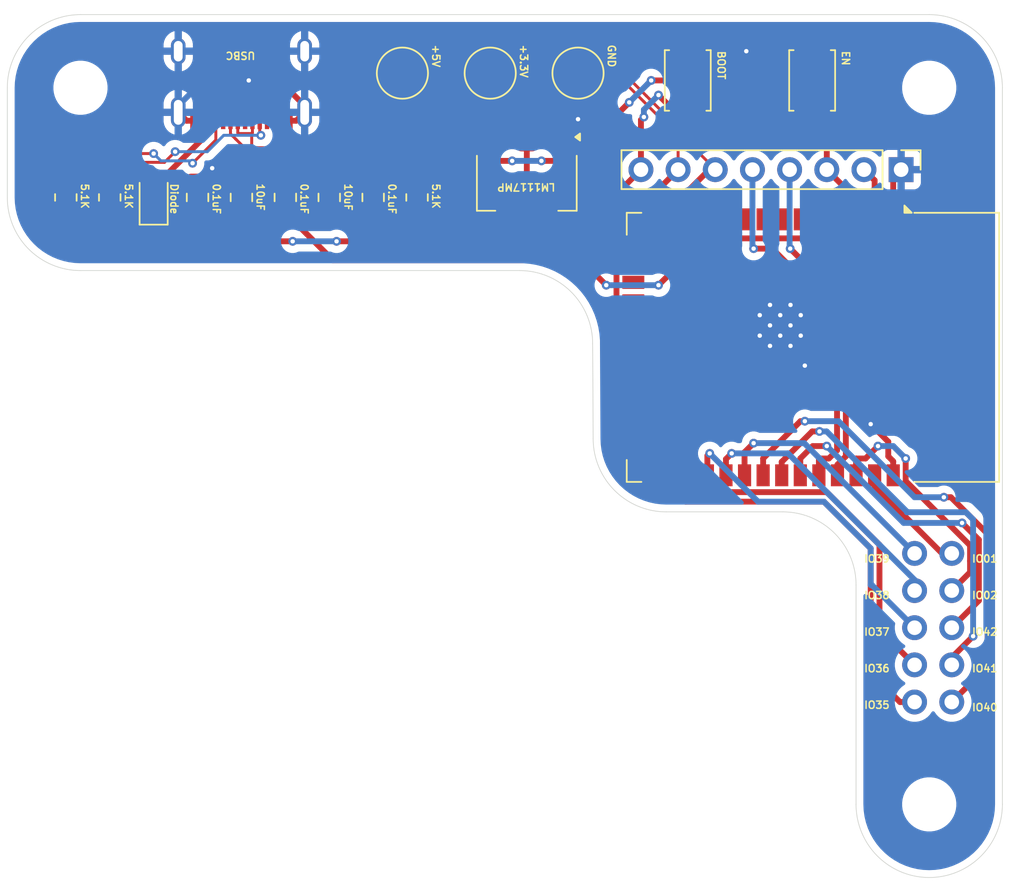
<source format=kicad_pcb>
(kicad_pcb (version 20241229) (generator "pcbnew") (generator_version "9.0")
  (title_block (title "Snekbot ESP32-S3 Motor Control Board PCB") (date "2025-05-10") (rev "2"))
  (layers (0 "F.Cu" signal) (2 "B.Cu" signal) (13 "F.Paste" user) (15 "B.Paste" user) (5 "F.SilkS" user "F.Silkscreen") (7 "B.SilkS" user "B.Silkscreen") (1 "F.Mask" user) (3 "B.Mask" user) (25 "Edge.Cuts" user))
  (net 0 "")
  (net 1 "+3.3V")
  (net 2 "GND")
  (net 3 "+5V")
  (net 4 "EN")
  (net 5 "BOOT")
  (net 6 "D+")
  (net 7 "Net-(D1-A)")
  (net 8 "D-")
  (net 11 "Net-(J1-CC1)")
  (net 12 "Net-(J1-CC2)")
  (net 13 "RXD0")
  (net 14 "TXD0")
  (net 15 "IO37")
  (net 16 "IO36")
  (net 17 "IO15")
  (net 18 "IO7")
  (net 19 "IO35")
  (net 20 "IO4")
  (net 21 "IO38")
  (net 22 "IO17")
  (net 23 "IO16")
  (net 24 "IO5")
  (net 25 "IO13")
  (net 26 "IO18")
  (net 27 "IO1")
  (net 28 "IO2")
  (net 31 "IO8")
  (net 32 "IO42")
  (net 33 "IO11")
  (net 34 "IO6")
  (net 35 "IO40")
  (net 36 "IO10")
  (net 37 "IO39")
  (net 38 "IO41")
  (net 39 "IO47")
  (net 40 "IO21")
  (net 41 "IO48")
  (net 42 "IO12")
  (net 43 "IO9")
  (net 45 "IO14")
  (footprint "MountingHole:MountingHole_3.2mm_M3" (layer "F.Cu") (at 99.5 24.115 -90)
    (property "Reference" "H2" (hide yes))
    (property "Value" "MountHole" (hide yes))
    (pad "" np_thru_hole circle (at 0 0 270) (size 3.2 3.2) (drill 3.2) (layers "*.Cu" "*.Mask"))
  )
  (footprint "USB4105-GF-A:GCT_USB4105-GF-A" (layer "F.Cu") (at 52.5 21.615 180)
    (property "Reference" "J1" (hide yes))
    (property "Value" "USB4105-GF-A" (hide yes))
    (pad "A1_B12" smd rect (at -3.2 -4.755 180) (size 0.6 1.15) (layers "F.Cu" "F.Paste") (net 2 "GND"))
    (pad "A4_B9" smd rect (at -2.4 -4.755 180) (size 0.6 1.15) (layers "F.Cu" "F.Paste") (net 7 "Net-(D1-A)"))
    (pad "A5" smd rect (at -1.25 -4.755 180) (size 0.3 1.15) (layers "F.Cu" "F.Paste") (net 11 "Net-(J1-CC1)"))
    (pad "A6" smd rect (at -0.25 -4.755 180) (size 0.3 1.15) (layers "F.Cu" "F.Paste") (net 6 "D+"))
    (pad "A7" smd rect (at 0.25 -4.755 180) (size 0.3 1.15) (layers "F.Cu" "F.Paste") (net 8 "D-"))
    (pad "A8" smd rect (at 1.25 -4.755 180) (size 0.3 1.15) (layers "F.Cu" "F.Paste"))
    (pad "B1_A12" smd rect (at 3.2 -4.755 180) (size 0.6 1.15) (layers "F.Cu" "F.Paste") (net 2 "GND"))
    (pad "B4_A9" smd rect (at 2.4 -4.755 180) (size 0.6 1.15) (layers "F.Cu" "F.Paste") (net 7 "Net-(D1-A)"))
    (pad "B5" smd rect (at 1.75 -4.755 180) (size 0.3 1.15) (layers "F.Cu" "F.Paste") (net 12 "Net-(J1-CC2)"))
    (pad "B6" smd rect (at 0.75 -4.755 180) (size 0.3 1.15) (layers "F.Cu" "F.Paste") (net 6 "D+"))
    (pad "B7" smd rect (at -0.75 -4.755 180) (size 0.3 1.15) (layers "F.Cu" "F.Paste") (net 8 "D-"))
    (pad "B8" smd rect (at -1.75 -4.755 180) (size 0.3 1.15) (layers "F.Cu" "F.Paste"))
    (pad "SH1" thru_hole oval (at -4.32 -4.18 180) (size 1 2.1) (drill oval 0.6 1.7) (layers "*.Cu" "*.Mask") (net 2 "GND"))
    (pad "SH2" thru_hole oval (at 4.32 -4.18 180) (size 1 2.1) (drill oval 0.6 1.7) (layers "*.Cu" "*.Mask") (net 2 "GND"))
    (pad "SH3" thru_hole oval (at -4.32 0 180) (size 1 1.8) (drill oval 0.6 1.4) (layers "*.Cu" "*.Mask") (net 2 "GND"))
    (pad "SH4" thru_hole oval (at 4.32 0 180) (size 1 1.8) (drill oval 0.6 1.4) (layers "*.Cu" "*.Mask") (net 2 "GND"))
  )
  (footprint "Resistor_SMD:R_0805_2012Metric_Pad1.20x1.40mm_HandSolder" (layer "F.Cu") (at 40.5 31.615 -90)
    (property "Reference" "R1" (hide yes))
    (property "Value" "5.1K" (hide yes))
    (pad "1" smd roundrect (at -1 0 270) (size 1.2 1.4) (layers "F.Cu" "F.Mask" "F.Paste") (roundrect_rratio 0.208333) (net 12 "Net-(J1-CC2)"))
    (pad "2" smd roundrect (at 1 0 270) (size 1.2 1.4) (layers "F.Cu" "F.Mask" "F.Paste") (roundrect_rratio 0.208333) (net 2 "GND"))
  )
  (footprint "TestPoint:TestPoint_Pad_D3.0mm" (layer "F.Cu") (at 69.5 23.115 -90)
    (property "Reference" "TP2" (hide yes))
    (property "Value" "TestPoint" (hide yes))
    (pad "1" smd circle (at 0 0 270) (size 3 3) (layers "F.Cu" "F.Mask") (net 1 "+3.3V"))
  )
  (footprint "TestPoint:TestPoint_Pad_D3.0mm" (layer "F.Cu") (at 75.5 23.115 -90)
    (property "Reference" "TP1" (hide yes))
    (property "Value" "TestPoint" (hide yes))
    (pad "1" smd circle (at 0 0 270) (size 3 3) (layers "F.Cu" "F.Mask") (net 2 "GND"))
  )
  (footprint "Button_Switch_SMD:SW_Push_SPST_NO_Alps_SKRK" (layer "F.Cu") (at 83 23.615 -90)
    (property "Reference" "SW1" (hide yes))
    (property "Value" "SW_Push" (hide yes))
    (pad "1" smd roundrect (at -2.1 0 270) (size 0.8 2) (layers "F.Cu" "F.Mask" "F.Paste") (net 2 "GND"))
    (pad "2" smd roundrect (at 2.1 0 270) (size 0.8 2) (layers "F.Cu" "F.Mask" "F.Paste") (net 5 "BOOT"))
  )
  (footprint "Capacitor_SMD:C_0805_2012Metric_Pad1.18x1.45mm_HandSolder" (layer "F.Cu") (at 49.5 31.615 90)
    (property "Reference" "C4" (hide yes))
    (property "Value" "0.1uF" (hide yes))
    (pad "1" smd roundrect (at -1.0375 0 90) (size 1.175 1.45) (layers "F.Cu" "F.Mask" "F.Paste") (roundrect_rratio 0.212766) (net 3 "+5V"))
    (pad "2" smd roundrect (at 1.0375 0 90) (size 1.175 1.45) (layers "F.Cu" "F.Mask" "F.Paste") (roundrect_rratio 0.212766) (net 2 "GND"))
  )
  (footprint "Connector_PinHeader_2.54mm:PinHeader_2x05_P2.54mm_Vertical" (layer "F.Cu") (at 101.04 66.115 180)
    (property "Reference" "J3" (hide yes))
    (property "Value" "Conn_01x10_Pin" (hide yes))
    (pad "1" thru_hole oval (at 0 0 180) (size 1.7 1.7) (drill 1) (layers "*.Cu" "*.Mask") (net 35 "IO40"))
    (pad "2" thru_hole oval (at 2.54 0 180) (size 1.7 1.7) (drill 1) (layers "*.Cu" "*.Mask") (net 19 "IO35"))
    (pad "3" thru_hole oval (at 0 2.54 180) (size 1.7 1.7) (drill 1) (layers "*.Cu" "*.Mask") (net 38 "IO41"))
    (pad "4" thru_hole oval (at 2.54 2.54 180) (size 1.7 1.7) (drill 1) (layers "*.Cu" "*.Mask") (net 16 "IO36"))
    (pad "5" thru_hole oval (at 0 5.08 180) (size 1.7 1.7) (drill 1) (layers "*.Cu" "*.Mask") (net 32 "IO42"))
    (pad "6" thru_hole oval (at 2.54 5.08 180) (size 1.7 1.7) (drill 1) (layers "*.Cu" "*.Mask") (net 15 "IO37"))
    (pad "7" thru_hole oval (at 0 7.62 180) (size 1.7 1.7) (drill 1) (layers "*.Cu" "*.Mask") (net 28 "IO2"))
    (pad "8" thru_hole oval (at 2.54 7.62 180) (size 1.7 1.7) (drill 1) (layers "*.Cu" "*.Mask") (net 21 "IO38"))
    (pad "9" thru_hole oval (at 0 10.16 180) (size 1.7 1.7) (drill 1) (layers "*.Cu" "*.Mask") (net 27 "IO1"))
    (pad "10" thru_hole oval (at 2.54 10.16 180) (size 1.7 1.7) (drill 1) (layers "*.Cu" "*.Mask") (net 37 "IO39"))
  )
  (footprint "Diode_SMD:D_0805_2012Metric_Pad1.15x1.40mm_HandSolder" (layer "F.Cu") (at 46.5 31.615 90)
    (property "Reference" "D1" (hide yes))
    (property "Value" "D_Small" (hide yes))
    (pad "1" smd roundrect (at -1.025 0 90) (size 1.15 1.4) (layers "F.Cu" "F.Mask" "F.Paste") (roundrect_rratio 0.217391) (net 3 "+5V"))
    (pad "2" smd roundrect (at 1.025 0 90) (size 1.15 1.4) (layers "F.Cu" "F.Mask" "F.Paste") (roundrect_rratio 0.217391) (net 7 "Net-(D1-A)"))
  )
  (footprint "MountingHole:MountingHole_3.2mm_M3" (layer "F.Cu") (at 99.5 73.115 -90)
    (property "Reference" "H1" (hide yes))
    (property "Value" "MountHole" (hide yes))
    (pad "" np_thru_hole circle (at 0 0 270) (size 3.2 3.2) (drill 3.2) (layers "*.Cu" "*.Mask"))
  )
  (footprint "Capacitor_SMD:C_0805_2012Metric_Pad1.18x1.45mm_HandSolder" (layer "F.Cu") (at 52.5 31.615 90)
    (property "Reference" "C2" (hide yes))
    (property "Value" "10uF" (hide yes))
    (pad "1" smd roundrect (at -1.0375 0 90) (size 1.175 1.45) (layers "F.Cu" "F.Mask" "F.Paste") (roundrect_rratio 0.212766) (net 1 "+3.3V"))
    (pad "2" smd roundrect (at 1.0375 0 90) (size 1.175 1.45) (layers "F.Cu" "F.Mask" "F.Paste") (roundrect_rratio 0.212766) (net 2 "GND"))
  )
  (footprint "TestPoint:TestPoint_Pad_D3.0mm" (layer "F.Cu") (at 63.5 23.115 -90)
    (property "Reference" "TP3" (hide yes))
    (property "Value" "TestPoint" (hide yes))
    (pad "1" smd circle (at 0 0 270) (size 3 3) (layers "F.Cu" "F.Mask") (net 3 "+5V"))
  )
  (footprint "Package_TO_SOT_SMD:SOT-223-3_TabPin2" (layer "F.Cu") (at 72 30.615 -90)
    (property "Reference" "U2" (hide yes))
    (property "Value" "LM1117MP-3.3" (hide yes))
    (pad "1" smd roundrect (at -3.15 -2.3 270) (size 2 1.5) (layers "F.Cu" "F.Mask" "F.Paste") (net 2 "GND"))
    (pad "2" smd roundrect (at -3.15 0 270) (size 2 1.5) (layers "F.Cu" "F.Mask" "F.Paste") (net 1 "+3.3V"))
    (pad "2" smd roundrect (at 3.15 0 270) (size 2 3.8) (layers "F.Cu" "F.Mask" "F.Paste") (net 1 "+3.3V"))
    (pad "3" smd roundrect (at -3.15 2.3 270) (size 2 1.5) (layers "F.Cu" "F.Mask" "F.Paste") (net 3 "+5V"))
  )
  (footprint "Button_Switch_SMD:SW_Push_SPST_NO_Alps_SKRK" (layer "F.Cu") (at 91.5 23.615 -90)
    (property "Reference" "SW2" (hide yes))
    (property "Value" "SW_Push" (hide yes))
    (pad "1" smd roundrect (at -2.1 0 270) (size 0.8 2) (layers "F.Cu" "F.Mask" "F.Paste") (net 2 "GND"))
    (pad "2" smd roundrect (at 2.1 0 270) (size 0.8 2) (layers "F.Cu" "F.Mask" "F.Paste") (net 4 "EN"))
  )
  (footprint "Resistor_SMD:R_0805_2012Metric_Pad1.20x1.40mm_HandSolder" (layer "F.Cu") (at 43.5 31.615 90)
    (property "Reference" "R2" (hide yes))
    (property "Value" "5.1K" (hide yes))
    (pad "1" smd roundrect (at -1 0 90) (size 1.2 1.4) (layers "F.Cu" "F.Mask" "F.Paste") (roundrect_rratio 0.208333) (net 2 "GND"))
    (pad "2" smd roundrect (at 1 0 90) (size 1.2 1.4) (layers "F.Cu" "F.Mask" "F.Paste") (roundrect_rratio 0.208333) (net 11 "Net-(J1-CC1)"))
  )
  (footprint "RF_Module:ESP32-S3-WROOM-1" (layer "F.Cu") (at 91.78 41.865 -90)
    (property "Reference" "U1" (hide yes))
    (property "Value" "ESP32-S3-WROOM-1" (hide yes))
    (pad "1" smd rect (at -8.75 -5.26 270) (size 1.5 0.9) (layers "F.Cu" "F.Mask" "F.Paste") (net 2 "GND"))
    (pad "2" smd rect (at -8.75 -3.99 270) (size 1.5 0.9) (layers "F.Cu" "F.Mask" "F.Paste") (net 1 "+3.3V"))
    (pad "3" smd rect (at -8.75 -2.72 270) (size 1.5 0.9) (layers "F.Cu" "F.Mask" "F.Paste") (net 4 "EN"))
    (pad "4" smd rect (at -8.75 -1.45 270) (size 1.5 0.9) (layers "F.Cu" "F.Mask" "F.Paste") (net 20 "IO4"))
    (pad "5" smd rect (at -8.75 -0.18 270) (size 1.5 0.9) (layers "F.Cu" "F.Mask" "F.Paste") (net 24 "IO5"))
    (pad "6" smd rect (at -8.75 1.09 270) (size 1.5 0.9) (layers "F.Cu" "F.Mask" "F.Paste") (net 34 "IO6"))
    (pad "7" smd rect (at -8.75 2.36 270) (size 1.5 0.9) (layers "F.Cu" "F.Mask" "F.Paste") (net 18 "IO7"))
    (pad "8" smd rect (at -8.75 3.63 270) (size 1.5 0.9) (layers "F.Cu" "F.Mask" "F.Paste") (net 17 "IO15"))
    (pad "9" smd rect (at -8.75 4.9 270) (size 1.5 0.9) (layers "F.Cu" "F.Mask" "F.Paste") (net 23 "IO16"))
    (pad "10" smd rect (at -8.75 6.17 270) (size 1.5 0.9) (layers "F.Cu" "F.Mask" "F.Paste") (net 22 "IO17"))
    (pad "11" smd rect (at -8.75 7.44 270) (size 1.5 0.9) (layers "F.Cu" "F.Mask" "F.Paste") (net 26 "IO18"))
    (pad "12" smd rect (at -8.75 8.71 270) (size 1.5 0.9) (layers "F.Cu" "F.Mask" "F.Paste") (net 31 "IO8"))
    (pad "13" smd rect (at -8.75 9.98 270) (size 1.5 0.9) (layers "F.Cu" "F.Mask" "F.Paste") (net 8 "D-"))
    (pad "14" smd rect (at -8.75 11.25 90) (size 1.5 0.9) (layers "F.Cu" "F.Mask" "F.Paste") (net 6 "D+"))
    (pad "15" smd rect (at -6.985 12.5 180) (size 1.5 0.9) (layers "F.Cu" "F.Mask" "F.Paste"))
    (pad "16" smd rect (at -5.715 12.5 180) (size 1.5 0.9) (layers "F.Cu" "F.Mask" "F.Paste"))
    (pad "17" smd rect (at -4.445 12.5 180) (size 1.5 0.9) (layers "F.Cu" "F.Mask" "F.Paste") (net 43 "IO9"))
    (pad "18" smd rect (at -3.175 12.5 180) (size 1.5 0.9) (layers "F.Cu" "F.Mask" "F.Paste") (net 36 "IO10"))
    (pad "19" smd rect (at -1.905 12.5 180) (size 1.5 0.9) (layers "F.Cu" "F.Mask" "F.Paste") (net 33 "IO11"))
    (pad "20" smd rect (at -0.635 12.5 180) (size 1.5 0.9) (layers "F.Cu" "F.Mask" "F.Paste") (net 42 "IO12"))
    (pad "21" smd rect (at 0.635 12.5 180) (size 1.5 0.9) (layers "F.Cu" "F.Mask" "F.Paste") (net 25 "IO13"))
    (pad "22" smd rect (at 1.905 12.5 180) (size 1.5 0.9) (layers "F.Cu" "F.Mask" "F.Paste") (net 45 "IO14"))
    (pad "23" smd rect (at 3.175 12.5 180) (size 1.5 0.9) (layers "F.Cu" "F.Mask" "F.Paste") (net 40 "IO21"))
    (pad "24" smd rect (at 4.445 12.5 180) (size 1.5 0.9) (layers "F.Cu" "F.Mask" "F.Paste") (net 39 "IO47"))
    (pad "25" smd rect (at 5.715 12.5 180) (size 1.5 0.9) (layers "F.Cu" "F.Mask" "F.Paste") (net 41 "IO48"))
    (pad "26" smd rect (at 6.985 12.5 180) (size 1.5 0.9) (layers "F.Cu" "F.Mask" "F.Paste"))
    (pad "27" smd rect (at 8.75 11.25 270) (size 1.5 0.9) (layers "F.Cu" "F.Mask" "F.Paste") (net 5 "BOOT"))
    (pad "28" smd rect (at 8.75 9.98 270) (size 1.5 0.9) (layers "F.Cu" "F.Mask" "F.Paste") (net 19 "IO35"))
    (pad "29" smd rect (at 8.75 8.71 270) (size 1.5 0.9) (layers "F.Cu" "F.Mask" "F.Paste") (net 16 "IO36"))
    (pad "30" smd rect (at 8.75 7.44 270) (size 1.5 0.9) (layers "F.Cu" "F.Mask" "F.Paste") (net 15 "IO37"))
    (pad "31" smd rect (at 8.75 6.17 270) (size 1.5 0.9) (layers "F.Cu" "F.Mask" "F.Paste") (net 21 "IO38"))
    (pad "32" smd rect (at 8.75 4.9 270) (size 1.5 0.9) (layers "F.Cu" "F.Mask" "F.Paste") (net 37 "IO39"))
    (pad "33" smd rect (at 8.75 3.63 270) (size 1.5 0.9) (layers "F.Cu" "F.Mask" "F.Paste") (net 35 "IO40"))
    (pad "34" smd rect (at 8.75 2.36 270) (size 1.5 0.9) (layers "F.Cu" "F.Mask" "F.Paste") (net 38 "IO41"))
    (pad "35" smd rect (at 8.75 1.09 270) (size 1.5 0.9) (layers "F.Cu" "F.Mask" "F.Paste") (net 32 "IO42"))
    (pad "36" smd rect (at 8.75 -0.18 270) (size 1.5 0.9) (layers "F.Cu" "F.Mask" "F.Paste") (net 13 "RXD0"))
    (pad "37" smd rect (at 8.75 -1.45 270) (size 1.5 0.9) (layers "F.Cu" "F.Mask" "F.Paste") (net 14 "TXD0"))
    (pad "38" smd rect (at 8.75 -2.72 270) (size 1.5 0.9) (layers "F.Cu" "F.Mask" "F.Paste") (net 28 "IO2"))
    (pad "39" smd rect (at 8.75 -3.99 270) (size 1.5 0.9) (layers "F.Cu" "F.Mask" "F.Paste") (net 27 "IO1"))
    (pad "40" smd rect (at 8.75 -5.26 270) (size 1.5 0.9) (layers "F.Cu" "F.Mask" "F.Paste") (net 2 "GND"))
    (pad "41" thru_hole circle (at -2.9 1.76) (size 0.6 0.6) (drill 0.3) (property pad_prop_heatsink) (layers "*.Cu" "F.Mask") (net 2 "GND"))
    (pad "41" thru_hole circle (at -2.9 3.16 270) (size 0.6 0.6) (drill 0.3) (property pad_prop_heatsink) (layers "*.Cu" "F.Mask") (net 2 "GND"))
    (pad "41" thru_hole circle (at -2.2 1.06 270) (size 0.6 0.6) (drill 0.3) (property pad_prop_heatsink) (layers "*.Cu" "F.Mask") (net 2 "GND"))
    (pad "41" thru_hole circle (at -2.2 2.46 270) (size 0.6 0.6) (drill 0.3) (property pad_prop_heatsink) (layers "*.Cu" "F.Mask") (net 2 "GND"))
    (pad "41" thru_hole circle (at -2.2 3.86 270) (size 0.6 0.6) (drill 0.3) (property pad_prop_heatsink) (layers "*.Cu" "F.Mask") (net 2 "GND"))
    (pad "41" thru_hole circle (at -1.5 1.76 270) (size 0.6 0.6) (drill 0.3) (property pad_prop_heatsink) (layers "*.Cu" "F.Mask") (net 2 "GND"))
    (pad "41" smd rect (at -1.5 2.46 180) (size 3.9 3.9) (property pad_prop_heatsink) (layers "F.Cu" "F.Mask") (net 2 "GND"))
    (pad "41" thru_hole circle (at -1.5 3.16 270) (size 0.6 0.6) (drill 0.3) (property pad_prop_heatsink) (layers "*.Cu" "F.Mask") (net 2 "GND"))
    (pad "41" thru_hole circle (at -0.8 1.06 270) (size 0.6 0.6) (drill 0.3) (property pad_prop_heatsink) (layers "*.Cu" "F.Mask") (net 2 "GND"))
    (pad "41" thru_hole circle (at -0.8 2.46 270) (size 0.6 0.6) (drill 0.3) (property pad_prop_heatsink) (layers "*.Cu" "F.Mask") (net 2 "GND"))
    (pad "41" thru_hole circle (at -0.8 3.86 270) (size 0.6 0.6) (drill 0.3) (property pad_prop_heatsink) (layers "*.Cu" "F.Mask") (net 2 "GND"))
    (pad "41" thru_hole circle (at -0.1 1.76 270) (size 0.6 0.6) (drill 0.3) (property pad_prop_heatsink) (layers "*.Cu" "F.Mask") (net 2 "GND"))
    (pad "41" thru_hole circle (at -0.1 3.16 270) (size 0.6 0.6) (drill 0.3) (property pad_prop_heatsink) (layers "*.Cu" "F.Mask") (net 2 "GND"))
  )
  (footprint "Connector_PinHeader_2.54mm:PinHeader_1x08_P2.54mm_Vertical" (layer "F.Cu") (at 97.58 29.715 -90)
    (property "Reference" "J2" (hide yes))
    (property "Value" "Conn_01x08_Pin" (hide yes))
    (pad "1" thru_hole rect (at 0 0 270) (size 1.7 1.7) (drill 1) (layers "*.Cu" "*.Mask") (net 2 "GND"))
    (pad "2" thru_hole oval (at 0 2.54 270) (size 1.7 1.7) (drill 1) (layers "*.Cu" "*.Mask") (net 1 "+3.3V"))
    (pad "3" thru_hole oval (at 0 5.08 270) (size 1.7 1.7) (drill 1) (layers "*.Cu" "*.Mask") (net 4 "EN"))
    (pad "4" thru_hole oval (at 0 7.62 270) (size 1.7 1.7) (drill 1) (layers "*.Cu" "*.Mask") (net 14 "TXD0"))
    (pad "5" thru_hole oval (at 0 10.16 270) (size 1.7 1.7) (drill 1) (layers "*.Cu" "*.Mask") (net 13 "RXD0"))
    (pad "6" thru_hole oval (at 0 12.7 270) (size 1.7 1.7) (drill 1) (layers "*.Cu" "*.Mask") (net 8 "D-"))
    (pad "7" thru_hole oval (at 0 15.24 270) (size 1.7 1.7) (drill 1) (layers "*.Cu" "*.Mask") (net 6 "D+"))
    (pad "8" thru_hole oval (at 0 17.78 270) (size 1.7 1.7) (drill 1) (layers "*.Cu" "*.Mask") (net 5 "BOOT"))
  )
  (footprint "Capacitor_SMD:C_0805_2012Metric_Pad1.18x1.45mm_HandSolder" (layer "F.Cu") (at 58.5 31.615 90)
    (property "Reference" "C7" (hide yes))
    (property "Value" "10uF" (hide yes))
    (pad "1" smd roundrect (at -1.0375 0 90) (size 1.175 1.45) (layers "F.Cu" "F.Mask" "F.Paste") (roundrect_rratio 0.212766) (net 4 "EN"))
    (pad "2" smd roundrect (at 1.0375 0 90) (size 1.175 1.45) (layers "F.Cu" "F.Mask" "F.Paste") (roundrect_rratio 0.212766) (net 2 "GND"))
  )
  (footprint "Capacitor_SMD:C_0805_2012Metric_Pad1.18x1.45mm_HandSolder" (layer "F.Cu") (at 61.5 31.615 90)
    (property "Reference" "C9" (hide yes))
    (property "Value" "0.1uF" (hide yes))
    (pad "1" smd roundrect (at -1.0375 0 90) (size 1.175 1.45) (layers "F.Cu" "F.Mask" "F.Paste") (roundrect_rratio 0.212766) (net 4 "EN"))
    (pad "2" smd roundrect (at 1.0375 0 90) (size 1.175 1.45) (layers "F.Cu" "F.Mask" "F.Paste") (roundrect_rratio 0.212766) (net 2 "GND"))
  )
  (footprint "Resistor_SMD:R_0805_2012Metric_Pad1.20x1.40mm_HandSolder" (layer "F.Cu") (at 64.5 31.615 -90)
    (property "Reference" "R6" (hide yes))
    (property "Value" "5.1K" (hide yes))
    (pad "1" smd roundrect (at -1 0 270) (size 1.2 1.4) (layers "F.Cu" "F.Mask" "F.Paste") (roundrect_rratio 0.208333) (net 4 "EN"))
    (pad "2" smd roundrect (at 1 0 270) (size 1.2 1.4) (layers "F.Cu" "F.Mask" "F.Paste") (roundrect_rratio 0.208333) (net 1 "+3.3V"))
  )
  (footprint "MountingHole:MountingHole_3.2mm_M3" (layer "F.Cu") (at 41.5 24.115 -90)
    (property "Reference" "H3" (hide yes))
    (property "Value" "MountHole" (hide yes))
    (pad "" np_thru_hole circle (at 0 0 270) (size 3.2 3.2) (drill 3.2) (layers "*.Cu" "*.Mask"))
  )
  (footprint "Capacitor_SMD:C_0805_2012Metric_Pad1.18x1.45mm_HandSolder" (layer "F.Cu") (at 55.5 31.615 90)
    (property "Reference" "C8" (hide yes))
    (property "Value" "0.1uF" (hide yes))
    (pad "1" smd roundrect (at -1.0375 0 90) (size 1.175 1.45) (layers "F.Cu" "F.Mask" "F.Paste") (roundrect_rratio 0.212766) (net 5 "BOOT"))
    (pad "2" smd roundrect (at 1.0375 0 90) (size 1.175 1.45) (layers "F.Cu" "F.Mask" "F.Paste") (roundrect_rratio 0.212766) (net 2 "GND"))
  )
  (gr_arc (start 71.5 36.615) (mid 75.035534 38.079466) (end 76.5 41.615) (stroke (width 0.05)) (layer "Edge.Cuts"))
  (gr_line (start 89.5 53.115) (end 81.53553 53.115) (stroke (width 0.05)) (layer "Edge.Cuts"))
  (gr_arc (start 99.5 19.115) (mid 103.035534 20.579466) (end 104.5 24.115) (stroke (width 0.05)) (layer "Edge.Cuts"))
  (gr_arc (start 81.53553 53.115) (mid 77.999999 51.650532) (end 76.535534 48.115) (stroke (width 0.05)) (layer "Edge.Cuts"))
  (gr_line (start 41.5 36.615) (end 71.5 36.615) (stroke (width 0.05)) (layer "Edge.Cuts"))
  (gr_arc (start 36.5 24.115) (mid 37.964466 20.579466) (end 41.5 19.115) (stroke (width 0.05)) (layer "Edge.Cuts"))
  (gr_arc (start 41.5 36.615) (mid 37.964466 35.150534) (end 36.5 31.615) (stroke (width 0.05)) (layer "Edge.Cuts"))
  (gr_arc (start 89.5 53.115) (mid 93.035534 54.579466) (end 94.5 58.115) (stroke (width 0.05)) (layer "Edge.Cuts"))
  (gr_line (start 76.53553 48.115) (end 76.5 41.615) (stroke (width 0.05)) (layer "Edge.Cuts"))
  (gr_line (start 99.5 19.115) (end 41.5 19.115) (stroke (width 0.05)) (layer "Edge.Cuts"))
  (gr_arc (start 104.5 73.115) (mid 99.5 78.115) (end 94.5 73.115) (stroke (width 0.05)) (layer "Edge.Cuts"))
  (gr_line (start 94.5 73.115) (end 94.5 58.115) (stroke (width 0.05)) (layer "Edge.Cuts"))
  (gr_line (start 36.5 24.115) (end 36.5 31.615) (stroke (width 0.05)) (layer "Edge.Cuts"))
  (gr_line (start 104.5 24.115) (end 104.5 73.115) (stroke (width 0.05)) (layer "Edge.Cuts"))
  (gr_text "+3.3V" (at 71.5 21.115 270) (layer "F.SilkS") (effects (font (size 0.5 0.5) (thickness 0.1)) (justify left bottom)))
  (gr_text "IO37" (at 95 61.615 0) (layer "F.SilkS") (effects (font (size 0.5 0.5) (thickness 0.1)) (justify left bottom)))
  (gr_text "+5V" (at 65.5 21.115 270) (layer "F.SilkS") (effects (font (size 0.5 0.5) (thickness 0.1)) (justify left bottom)))
  (gr_text "10uF" (at 53.5 30.615 270) (layer "F.SilkS") (effects (font (size 0.5 0.5) (thickness 0.1)) (justify left bottom)))
  (gr_text "IO39" (at 95 56.615 0) (layer "F.SilkS") (effects (font (size 0.5 0.5) (thickness 0.1)) (justify left bottom)))
  (gr_text "IO01" (at 102.37 56.615 0) (layer "F.SilkS") (effects (font (size 0.5 0.5) (thickness 0.1)) (justify left bottom)))
  (gr_text "LM1117MP" (at 74 30.615 180) (layer "F.SilkS") (effects (font (size 0.5 0.5) (thickness 0.1)) (justify left bottom)))
  (gr_text "IO42" (at 102.37 61.615 0) (layer "F.SilkS") (effects (font (size 0.5 0.5) (thickness 0.1)) (justify left bottom)))
  (gr_text "5.1K" (at 44.5 30.615 270) (layer "F.SilkS") (effects (font (size 0.5 0.5) (thickness 0.1)) (justify left bottom)))
  (gr_text "IO36" (at 95 64.115 0) (layer "F.SilkS") (effects (font (size 0.5 0.5) (thickness 0.1)) (justify left bottom)))
  (gr_text "GND" (at 77.5 21.115 270) (layer "F.SilkS") (effects (font (size 0.5 0.5) (thickness 0.1)) (justify left bottom)))
  (gr_text "5.1K" (at 41.5 30.615 270) (layer "F.SilkS") (effects (font (size 0.5 0.5) (thickness 0.1)) (justify left bottom)))
  (gr_text "IO40" (at 102.37 66.78 0) (layer "F.SilkS") (effects (font (size 0.5 0.5) (thickness 0.1)) (justify left bottom)))
  (gr_text "IO41" (at 102.37 64.115 0) (layer "F.SilkS") (effects (font (size 0.5 0.5) (thickness 0.1)) (justify left bottom)))
  (gr_text "5.1K" (at 65.5 30.615 270) (layer "F.SilkS") (effects (font (size 0.5 0.5) (thickness 0.1)) (justify left bottom)))
  (gr_text "USBC" (at 53.5 21.615 180) (layer "F.SilkS") (effects (font (size 0.5 0.5) (thickness 0.1)) (justify left bottom)))
  (gr_text "0.1uF" (at 50.5 30.615 270) (layer "F.SilkS") (effects (font (size 0.5 0.5) (thickness 0.1)) (justify left bottom)))
  (gr_text "BOOT" (at 85 21.545 270) (layer "F.SilkS") (effects (font (size 0.5 0.5) (thickness 0.1)) (justify left bottom)))
  (gr_text "IO35" (at 95 66.615 0) (layer "F.SilkS") (effects (font (size 0.5 0.5) (thickness 0.1)) (justify left bottom)))
  (gr_text "0.1uF" (at 56.5 30.615 270) (layer "F.SilkS") (effects (font (size 0.5 0.5) (thickness 0.1)) (justify left bottom)))
  (gr_text "IO38" (at 95 59.115 0) (layer "F.SilkS") (effects (font (size 0.5 0.5) (thickness 0.1)) (justify left bottom)))
  (gr_text "IO02" (at 102.37 59.115 0) (layer "F.SilkS") (effects (font (size 0.5 0.5) (thickness 0.1)) (justify left bottom)))
  (gr_text "EN" (at 93.5 21.545 270) (layer "F.SilkS") (effects (font (size 0.5 0.5) (thickness 0.1)) (justify left bottom)))
  (gr_text "0.1uF" (at 62.5 30.615 270) (layer "F.SilkS") (effects (font (size 0.5 0.5) (thickness 0.1)) (justify left bottom)))
  (gr_text "10uF" (at 59.5 30.615 270) (layer "F.SilkS") (effects (font (size 0.5 0.5) (thickness 0.1)) (justify left bottom)))
  (gr_text "Diode" (at 47.61 30.615 270) (layer "F.SilkS") (effects (font (size 0.5 0.5) (thickness 0.1)) (justify left bottom)))
  (segment (start 72 27.465) (end 72 25.615) (width 0.4) (layer "F.Cu") (net 1))
  (segment (start 72 25.615) (end 69.5 23.115) (width 0.4) (layer "F.Cu") (net 1))
  (segment (start 70.85 32.615) (end 72 33.765) (width 0.4) (layer "F.Cu") (net 1))
  (segment (start 73.579 33.765) (end 77.429 37.615) (width 0.4) (layer "F.Cu") (net 1))
  (segment (start 62.5 34.615) (end 64.5 32.615) (width 0.4) (layer "F.Cu") (net 1))
  (segment (start 95.77 30.445) (end 95.04 29.715) (width 0.4) (layer "F.Cu") (net 1))
  (segment (start 95.77 33.115) (end 95.77 30.445) (width 0.4) (layer "F.Cu") (net 1))
  (segment (start 81 37.615) (end 84.201 34.414) (width 0.4) (layer "F.Cu") (net 1))
  (segment (start 52.5 32.6525) (end 54.4625 34.615) (width 0.4) (layer "F.Cu") (net 1))
  (segment (start 84.201 34.414) (end 95.621 34.414) (width 0.4) (layer "F.Cu") (net 1))
  (segment (start 59 34.615) (end 62.5 34.615) (width 0.4) (layer "F.Cu") (net 1))
  (segment (start 72 33.765) (end 72 27.465) (width 0.4) (layer "F.Cu") (net 1))
  (segment (start 95.77 34.265) (end 95.77 33.115) (width 0.4) (layer "F.Cu") (net 1))
  (segment (start 54.4625 34.615) (end 56 34.615) (width 0.4) (layer "F.Cu") (net 1))
  (segment (start 95.621 34.414) (end 95.77 34.265) (width 0.4) (layer "F.Cu") (net 1))
  (segment (start 72 33.765) (end 73.579 33.765) (width 0.4) (layer "F.Cu") (net 1))
  (segment (start 64.5 32.615) (end 70.85 32.615) (width 0.4) (layer "F.Cu") (net 1))
  (via (at 56 34.615) (size 0.6) (drill 0.3) (layers "F.Cu" "B.Cu") (net 1))
  (via (at 59 34.615) (size 0.6) (drill 0.3) (layers "F.Cu" "B.Cu") (net 1))
  (via (at 81 37.615) (size 0.6) (drill 0.3) (layers "F.Cu" "B.Cu") (net 1))
  (via (at 77.429 37.615) (size 0.6) (drill 0.3) (layers "F.Cu" "B.Cu") (net 1))
  (segment (start 77.429 37.615) (end 81 37.615) (width 0.4) (layer "B.Cu") (net 1))
  (segment (start 56 34.615) (end 59 34.615) (width 0.4) (layer "B.Cu") (net 1))
  (segment (start 49.5 30.5775) (end 49.5375 30.5775) (width 0.4) (layer "F.Cu") (net 2))
  (segment (start 97.04 33.115) (end 97.04 30.255) (width 0.4) (layer "F.Cu") (net 2))
  (segment (start 56.82 25.795) (end 56.82 25.345) (width 0.4) (layer "F.Cu") (net 2))
  (segment (start 43.5 32.615) (end 44.451 31.664) (width 0.4) (layer "F.Cu") (net 2))
  (segment (start 75.5 26.265) (end 74.3 27.465) (width 0.4) (layer "F.Cu") (net 2))
  (segment (start 90.02 42.135) (end 91 43.115) (width 0.4) (layer "F.Cu") (net 2))
  (segment (start 56.82 25.345) (end 55.09 23.615) (width 0.4) (layer "F.Cu") (net 2))
  (segment (start 48.755 26.37) (end 48.18 25.795) (width 0.4) (layer "F.Cu") (net 2))
  (segment (start 40.5 32.615) (end 43.5 32.615) (width 0.4) (layer "F.Cu") (net 2))
  (segment (start 55.7 26.37) (end 56.245 26.37) (width 0.4) (layer "F.Cu") (net 2))
  (segment (start 52.5 30.5775) (end 55.5 30.5775) (width 0.4) (layer "F.Cu") (net 2))
  (segment (start 97.04 30.255) (end 97.58 29.715) (width 0.4) (layer "F.Cu") (net 2))
  (segment (start 97 49.625051) (end 97 49.615) (width 0.4) (layer "F.Cu") (net 2))
  (segment (start 61.5 30.5775) (end 58.5 30.5775) (width 0.4) (layer "F.Cu") (net 2))
  (segment (start 97.04 49.665051) (end 97 49.625051) (width 0.4) (layer "F.Cu") (net 2))
  (segment (start 91.5 21.515) (end 87.1 21.515) (width 0.4) (layer "F.Cu") (net 2))
  (segment (start 90.02 41.765) (end 90.02 42.135) (width 0.4) (layer "F.Cu") (net 2))
  (segment (start 49.5375 30.5775) (end 50.5 29.615) (width 0.4) (layer "F.Cu") (net 2))
  (segment (start 48.4135 31.664) (end 49.5 30.5775) (width 0.4) (layer "F.Cu") (net 2))
  (segment (start 49.3 26.37) (end 48.755 26.37) (width 0.4) (layer "F.Cu") (net 2))
  (segment (start 97.04 50.615) (end 97.04 49.665051) (width 0.4) (layer "F.Cu") (net 2))
  (segment (start 97 49.615) (end 96.701 49.316) (width 0.4) (layer "F.Cu") (net 2))
  (segment (start 96.701 48.316) (end 95.5 47.115) (width 0.4) (layer "F.Cu") (net 2))
  (segment (start 55.09 23.615) (end 53 23.615) (width 0.4) (layer "F.Cu") (net 2))
  (segment (start 49.5 30.5775) (end 52.5 30.5775) (width 0.4) (layer "F.Cu") (net 2))
  (segment (start 58.5 30.5775) (end 55.5 30.5775) (width 0.4) (layer "F.Cu") (net 2))
  (segment (start 86.9 21.515) (end 87 21.615) (width 0.4) (layer "F.Cu") (net 2))
  (segment (start 44.451 31.664) (end 48.4135 31.664) (width 0.4) (layer "F.Cu") (net 2))
  (segment (start 96.701 49.316) (end 96.701 48.316) (width 0.4) (layer "F.Cu") (net 2))
  (segment (start 87.1 21.515) (end 87 21.615) (width 0.4) (layer "F.Cu") (net 2))
  (segment (start 83 21.515) (end 86.9 21.515) (width 0.4) (layer "F.Cu") (net 2))
  (segment (start 75.5 23.115) (end 75.5 26.265) (width 0.4) (layer "F.Cu") (net 2))
  (segment (start 56.245 26.37) (end 56.82 25.795) (width 0.4) (layer "F.Cu") (net 2))
  (via (at 95.5 47.115) (size 0.6) (drill 0.3) (layers "F.Cu" "B.Cu") (net 2))
  (via (at 87 21.615) (size 0.6) (drill 0.3) (layers "F.Cu" "B.Cu") (net 2))
  (via (at 91 43.115) (size 0.6) (drill 0.3) (layers "F.Cu" "B.Cu") (net 2))
  (via (at 53 23.615) (size 0.6) (drill 0.3) (layers "F.Cu" "B.Cu") (net 2))
  (via (at 50.5 29.615) (size 0.6) (drill 0.3) (layers "F.Cu" "B.Cu") (net 2))
  (via (at 75.5 26.265) (size 0.6) (drill 0.3) (layers "F.Cu" "B.Cu") (net 2))
  (segment (start 48.18 25.345) (end 48.18 25.795) (width 0.4) (layer "B.Cu") (net 2))
  (segment (start 53 23.615) (end 49.91 23.615) (width 0.4) (layer "B.Cu") (net 2))
  (segment (start 49.91 23.615) (end 48.18 25.345) (width 0.4) (layer "B.Cu") (net 2))
  (segment (start 62.20258 31.615) (end 63 30.81758) (width 0.4) (layer "F.Cu") (net 3))
  (segment (start 63.5 23.115) (end 64 23.115) (width 0.4) (layer "F.Cu") (net 3))
  (segment (start 50.5375 31.615) (end 62.20258 31.615) (width 0.4) (layer "F.Cu") (net 3))
  (segment (start 63 30.81758) (end 63 23.615) (width 0.4) (layer "F.Cu") (net 3))
  (segment (start 68.35 27.465) (end 69.7 27.465) (width 0.4) (layer "F.Cu") (net 3))
  (segment (start 46.5 32.64) (end 49.4875 32.64) (width 0.4) (layer "F.Cu") (net 3))
  (segment (start 49.5 32.6525) (end 50.5375 31.615) (width 0.4) (layer "F.Cu") (net 3))
  (segment (start 63 23.615) (end 63.5 23.115) (width 0.4) (layer "F.Cu") (net 3))
  (segment (start 64 23.115) (end 68.35 27.465) (width 0.4) (layer "F.Cu") (net 3))
  (segment (start 49.4875 32.64) (end 49.5 32.6525) (width 0.4) (layer "F.Cu") (net 3))
  (segment (start 91.5 25.715) (end 89.4 23.615) (width 0.4) (layer "F.Cu") (net 4))
  (segment (start 62.4625 32.6525) (end 64.5 30.615) (width 0.4) (layer "F.Cu") (net 4))
  (segment (start 64.5 30.615) (end 66 29.115) (width 0.4) (layer "F.Cu") (net 4))
  (segment (start 77.744516 29.115) (end 77.744516 26.370484) (width 0.4) (layer "F.Cu") (net 4))
  (segment (start 89.4 23.615) (end 80.5 23.615) (width 0.4) (layer "F.Cu") (net 4))
  (segment (start 94.5 33.115) (end 94.5 31.715) (width 0.4) (layer "F.Cu") (net 4))
  (segment (start 92.5 26.715) (end 92.5 29.715) (width 0.4) (layer "F.Cu") (net 4))
  (segment (start 66 29.115) (end 71 29.115) (width 0.4) (layer "F.Cu") (net 4))
  (segment (start 77.744516 26.370484) (end 79 25.115) (width 0.4) (layer "F.Cu") (net 4))
  (segment (start 91.5 25.715) (end 92.5 26.715) (width 0.4) (layer "F.Cu") (net 4))
  (segment (start 73 29.115) (end 77.744516 29.115) (width 0.4) (layer "F.Cu") (net 4))
  (segment (start 58.5 32.6525) (end 61.5 32.6525) (width 0.4) (layer "F.Cu") (net 4))
  (segment (start 94.5 31.715) (end 92.5 29.715) (width 0.4) (layer "F.Cu") (net 4))
  (segment (start 61.5 32.6525) (end 62.4625 32.6525) (width 0.4) (layer "F.Cu") (net 4))
  (via (at 71 29.115) (size 0.6) (drill 0.3) (layers "F.Cu" "B.Cu") (net 4))
  (via (at 73 29.115) (size 0.6) (drill 0.3) (layers "F.Cu" "B.Cu") (net 4))
  (via (at 79 25.115) (size 0.6) (drill 0.3) (layers "F.Cu" "B.Cu") (net 4))
  (via (at 80.5 23.615) (size 0.6) (drill 0.3) (layers "F.Cu" "B.Cu") (net 4))
  (segment (start 79 25.115) (end 80.5 23.615) (width 0.4) (layer "B.Cu") (net 4))
  (segment (start 80.5 23.615) (end 80.25 23.865) (width 0.4) (layer "B.Cu") (net 4))
  (segment (start 71 29.115) (end 73 29.115) (width 0.4) (layer "B.Cu") (net 4))
  (segment (start 79.8 26.315) (end 80 26.115) (width 0.4) (layer "F.Cu") (net 5))
  (segment (start 82.1 25.715) (end 81 24.615) (width 0.4) (layer "F.Cu") (net 5))
  (segment (start 79.8 29.715) (end 78.129 31.386) (width 0.4) (layer "F.Cu") (net 5))
  (segment (start 79.8 29.715) (end 79.8 26.315) (width 0.4) (layer "F.Cu") (net 5))
  (segment (start 58.7615 35.914) (end 74.299 35.914) (width 0.4) (layer "F.Cu") (net 5))
  (segment (start 78.129 49.701) (end 79.043 50.615) (width 0.4) (layer "F.Cu") (net 5))
  (segment (start 78.129 31.386) (end 78.129 39.115) (width 0.4) (layer "F.Cu") (net 5))
  (segment (start 78.129 39.115) (end 78.129 49.701) (width 0.4) (layer "F.Cu") (net 5))
  (segment (start 74.299 35.914) (end 77.5 39.115) (width 0.4) (layer "F.Cu") (net 5))
  (segment (start 55.5 32.6525) (end 58.7615 35.914) (width 0.4) (layer "F.Cu") (net 5))
  (segment (start 77.5 39.115) (end 78.129 39.115) (width 0.4) (layer "F.Cu") (net 5))
  (segment (start 79.043 50.615) (end 80.53 50.615) (width 0.4) (layer "F.Cu") (net 5))
  (segment (start 83 25.715) (end 82.1 25.715) (width 0.4) (layer "F.Cu") (net 5))
  (via (at 80 26.115) (size 0.6) (drill 0.3) (layers "F.Cu" "B.Cu") (net 5))
  (via (at 81 24.615) (size 0.6) (drill 0.3) (layers "F.Cu" "B.Cu") (net 5))
  (segment (start 80 25.615) (end 81 24.615) (width 0.4) (layer "B.Cu") (net 5))
  (segment (start 80 26.115) (end 80 25.615) (width 0.4) (layer "B.Cu") (net 5))
  (segment (start 58.2651 27.8499) (end 58.5 27.615) (width 0.2) (layer "F.Cu") (net 6))
  (segment (start 80.53 33.115) (end 80.53 31.525) (width 0.4) (layer "F.Cu") (net 6))
  (segment (start 57.5 28.615) (end 57.7349 28.3801) (width 0.2) (layer "F.Cu") (net 6))
  (segment (start 58.5 27.615) (end 58.5 27.2828) (width 0.2) (layer "F.Cu") (net 6))
  (segment (start 53.0349 28.549) (end 53.1009 28.615) (width 0.2) (layer "F.Cu") (net 6))
  (segment (start 52.8 28.3141) (end 52.866 28.3801) (width 0.2) (layer "F.Cu") (net 6))
  (segment (start 53.4331 28.615) (end 57.1678 28.615) (width 0.2) (layer "F.Cu") (net 6))
  (segment (start 52.866 28.3801) (end 53.0349 28.549) (width 0.2) (layer "F.Cu") (net 6))
  (segment (start 58.5 27.2828) (end 58.5 25.568001) (width 0.2) (layer "F.Cu") (net 6))
  (segment (start 57.1678 28.615) (end 57.5 28.615) (width 0.2) (layer "F.Cu") (net 6))
  (segment (start 58.5 25.568001) (end 62.754001 21.314) (width 0.2) (layer "F.Cu") (net 6))
  (segment (start 51.799 25.494) (end 52.701 25.494) (width 0.2) (layer "F.Cu") (net 6))
  (segment (start 51.75 27.2641) (end 51.849 27.3631) (width 0.2) (layer "F.Cu") (net 6))
  (segment (start 52.701 25.494) (end 52.75 25.543) (width 0.2) (layer "F.Cu") (net 6))
  (segment (start 52.75 25.543) (end 52.75 26.37) (width 0.2) (layer "F.Cu") (net 6))
  (segment (start 80.53 31.525) (end 82.34 29.715) (width 0.4) (layer "F.Cu") (net 6))
  (segment (start 52.1329 27.647) (end 52.8 28.3141) (width 0.2) (layer "F.Cu") (net 6))
  (segment (start 57.7349 28.3801) (end 58.2651 27.8499) (width 0.2) (layer "F.Cu") (net 6))
  (segment (start 62.754001 21.314) (end 76.245999 21.314) (width 0.2) (layer "F.Cu") (net 6))
  (segment (start 51.75 25.543) (end 51.799 25.494) (width 0.2) (layer "F.Cu") (net 6))
  (segment (start 80 25.068001) (end 82.34 27.408001) (width 0.2) (layer "F.Cu") (net 6))
  (segment (start 51.75 26.37) (end 51.75 25.543) (width 0.2) (layer "F.Cu") (net 6))
  (segment (start 51.75 26.37) (end 51.75 27.2641) (width 0.2) (layer "F.Cu") (net 6))
  (segment (start 82.34 27.408001) (end 82.34 29.715) (width 0.2) (layer "F.Cu") (net 6))
  (segment (start 76.245999 21.314) (end 80 25.068001) (width 0.2) (layer "F.Cu") (net 6))
  (segment (start 51.849 27.3631) (end 51.898 27.4121) (width 0.2) (layer "F.Cu") (net 6))
  (segment (start 51.898 27.4121) (end 52.0839 27.598) (width 0.2) (layer "F.Cu") (net 6))
  (segment (start 52.0839 27.598) (end 52.1329 27.647) (width 0.2) (layer "F.Cu") (net 6))
  (segment (start 53.1009 28.615) (end 53.4331 28.615) (width 0.2) (layer "F.Cu") (net 6))
  (segment (start 46.855 30.59) (end 46.5 30.59) (width 0.4) (layer "F.Cu") (net 7))
  (segment (start 50.1 25.493) (end 50.6 24.993) (width 0.4) (layer "F.Cu") (net 7))
  (segment (start 50.6 24.993) (end 54.498 24.993) (width 0.4) (layer "F.Cu") (net 7))
  (segment (start 50.1 26.37) (end 50.1 27.345) (width 0.4) (layer "F.Cu") (net 7))
  (segment (start 54.9 25.395) (end 54.9 26.37) (width 0.4) (layer "F.Cu") (net 7))
  (segment (start 50.1 26.37) (end 50.1 25.493) (width 0.4) (layer "F.Cu") (net 7))
  (segment (start 54.498 24.993) (end 54.9 25.395) (width 0.4) (layer "F.Cu") (net 7))
  (segment (start 50.1 27.345) (end 46.855 30.59) (width 0.4) (layer "F.Cu") (net 7))
  (segment (start 82.741 27.548951) (end 84.88 29.687951) (width 0.2) (layer "F.Cu") (net 8))
  (segment (start 76.646999 21.1479) (end 80.1661 24.667001) (width 0.2) (layer "F.Cu") (net 8))
  (segment (start 76.412099 20.913) (end 76.646999 21.1479) (width 0.2) (layer "F.Cu") (net 8))
  (segment (start 58.099 27.4489) (end 58.099 27.1167) (width 0.2) (layer "F.Cu") (net 8))
  (segment (start 58.3339 25.167001) (end 62.353001 21.1479) (width 0.2) (layer "F.Cu") (net 8))
  (segment (start 84.88 29.687951) (end 84.88 29.715) (width 0.2) (layer "F.Cu") (net 8))
  (segment (start 62.353001 21.1479) (end 62.587901 20.913) (width 0.2) (layer "F.Cu") (net 8))
  (segment (start 58.099 27.1167) (end 58.099 25.734101) (width 0.2) (layer "F.Cu") (net 8))
  (segment (start 62.587901 20.913) (end 62.920101 20.913) (width 0.2) (layer "F.Cu") (net 8))
  (segment (start 76.079899 20.913) (end 76.105049 20.913) (width 0.2) (layer "F.Cu") (net 8))
  (segment (start 80.1661 24.667001) (end 80.401 24.901901) (width 0.2) (layer "F.Cu") (net 8))
  (segment (start 53.5992 28.214) (end 57.0017 28.214) (width 0.2) (layer "F.Cu") (net 8))
  (segment (start 53.201 27.246) (end 52.299 27.246) (width 0.2) (layer "F.Cu") (net 8))
  (segment (start 84.468 29.715) (end 84.88 29.715) (width 0.4) (layer "F.Cu") (net 8))
  (segment (start 62.920101 20.913) (end 76.079899 20.913) (width 0.2) (layer "F.Cu") (net 8))
  (segment (start 57.5688 27.9791) (end 57.8641 27.6838) (width 0.2) (layer "F.Cu") (net 8))
  (segment (start 81.8 33.115) (end 81.8 32.383) (width 0.4) (layer "F.Cu") (net 8))
  (segment (start 53.267 28.214) (end 53.5992 28.214) (width 0.2) (layer "F.Cu") (net 8))
  (segment (start 57.0017 28.214) (end 57.3339 28.214) (width 0.2) (layer "F.Cu") (net 8))
  (segment (start 80.401 24.901901) (end 82.5061 27.007001) (width 0.2) (layer "F.Cu") (net 8))
  (segment (start 82.741 27.241901) (end 82.741 27.548951) (width 0.2) (layer "F.Cu") (net 8))
  (segment (start 58.099 25.401901) (end 58.3339 25.167001) (width 0.2) (layer "F.Cu") (net 8))
  (segment (start 52.25 27.197) (end 52.25 26.37) (width 0.2) (layer "F.Cu") (net 8))
  (segment (start 57.8641 27.6838) (end 58.099 27.4489) (width 0.2) (layer "F.Cu") (net 8))
  (segment (start 53.201 27.246) (end 53.201 28.148) (width 0.2) (layer "F.Cu") (net 8))
  (segment (start 76.105049 20.913) (end 76.412099 20.913) (width 0.2) (layer "F.Cu") (net 8))
  (segment (start 82.5061 27.007001) (end 82.741 27.241901) (width 0.2) (layer "F.Cu") (net 8))
  (segment (start 53.201 28.148) (end 53.267 28.214) (width 0.2) (layer "F.Cu") (net 8))
  (segment (start 52.299 27.246) (end 52.25 27.197) (width 0.2) (layer "F.Cu") (net 8))
  (segment (start 53.25 26.37) (end 53.25 27.197) (width 0.2) (layer "F.Cu") (net 8))
  (segment (start 81.8 32.383) (end 84.468 29.715) (width 0.4) (layer "F.Cu") (net 8))
  (segment (start 58.099 25.734101) (end 58.099 25.401901) (width 0.2) (layer "F.Cu") (net 8))
  (segment (start 53.25 27.197) (end 53.201 27.246) (width 0.2) (layer "F.Cu") (net 8))
  (segment (start 57.3339 28.214) (end 57.5688 27.9791) (width 0.2) (layer "F.Cu") (net 8))
  (segment (start 47.23905 29.216) (end 44.899 29.216) (width 0.2) (layer "F.Cu") (net 11))
  (segment (start 53.75 27.2641) (end 53.75 26.37) (width 0.2) (layer "F.Cu") (net 11))
  (segment (start 47.970025 28.485025) (end 47.23905 29.216) (width 0.2) (layer "F.Cu") (net 11))
  (segment (start 53.825719 27.365961) (end 53.825719 27.339819) (width 0.2) (layer "F.Cu") (net 11))
  (segment (start 44.899 29.216) (end 43.5 30.615) (width 0.2) (layer "F.Cu") (net 11))
  (segment (start 53.825719 27.339819) (end 53.75 27.2641) (width 0.2) (layer "F.Cu") (net 11))
  (via (at 53.825719 27.365961) (size 0.6) (drill 0.3) (layers "F.Cu" "B.Cu") (net 11))
  (via (at 47.970025 28.485025) (size 0.6) (drill 0.3) (layers "F.Cu" "B.Cu") (net 11))
  (segment (start 51.289092 27.365961) (end 50.170028 28.485025) (width 0.2) (layer "B.Cu") (net 11))
  (segment (start 50.170028 28.485025) (end 47.970025 28.485025) (width 0.2) (layer "B.Cu") (net 11))
  (segment (start 53.825719 27.365961) (end 51.289092 27.365961) (width 0.2) (layer "B.Cu") (net 11))
  (segment (start 42.5 28.615) (end 40.5 30.615) (width 0.2) (layer "F.Cu") (net 12))
  (segment (start 46.5 28.615) (end 42.5 28.615) (width 0.2) (layer "F.Cu") (net 12))
  (segment (start 50.75 26.37) (end 50.75 27.68495) (width 0.2) (layer "F.Cu") (net 12))
  (segment (start 50.75 27.68495) (end 49.159975 29.274975) (width 0.2) (layer "F.Cu") (net 12))
  (via (at 49.159975 29.274975) (size 0.6) (drill 0.3) (layers "F.Cu" "B.Cu") (net 12))
  (via (at 46.5 28.615) (size 0.6) (drill 0.3) (layers "F.Cu" "B.Cu") (net 12))
  (segment (start 47 29.115) (end 49 29.115) (width 0.2) (layer "B.Cu") (net 12))
  (segment (start 46.5 28.615) (end 47 29.115) (width 0.2) (layer "B.Cu") (net 12))
  (segment (start 49 29.115) (end 49.159975 29.274975) (width 0.2) (layer "B.Cu") (net 12))
  (segment (start 88.772 35.115) (end 93.201 39.544) (width 0.4) (layer "F.Cu") (net 13))
  (segment (start 92.641364 49.465) (end 91.96 49.465) (width 0.4) (layer "F.Cu") (net 13))
  (segment (start 91.96 49.465) (end 91.96 50.615) (width 0.4) (layer "F.Cu") (net 13))
  (segment (start 93.201 39.544) (end 93.201 48.905364) (width 0.4) (layer "F.Cu") (net 13))
  (segment (start 93.201 48.905364) (end 92.641364 49.465) (width 0.4) (layer "F.Cu") (net 13))
  (segment (start 87.5 35.115) (end 88.772 35.115) (width 0.4) (layer "F.Cu") (net 13))
  (via (at 87.5 35.115) (size 0.6) (drill 0.3) (layers "F.Cu" "B.Cu") (net 13))
  (segment (start 87.5 35.115) (end 87.42 35.035) (width 0.4) (layer "B.Cu") (net 13))
  (segment (start 87.42 35.035) (end 87.42 29.715) (width 0.4) (layer "B.Cu") (net 13))
  (segment (start 93.23 50.615) (end 93.23 49.885) (width 0.4) (layer "F.Cu") (net 14))
  (segment (start 93.802 38.917) (end 90 35.115) (width 0.4) (layer "F.Cu") (net 14))
  (segment (start 93.23 49.885) (end 93.802 49.313) (width 0.4) (layer "F.Cu") (net 14))
  (segment (start 93.802 49.313) (end 93.802 38.917) (width 0.4) (layer "F.Cu") (net 14))
  (via (at 90 35.115) (size 0.6) (drill 0.3) (layers "F.Cu" "B.Cu") (net 14))
  (segment (start 89.96 35.075) (end 89.96 29.715) (width 0.4) (layer "B.Cu") (net 14))
  (segment (start 90 35.115) (end 89.96 35.075) (width 0.4) (layer "B.Cu") (net 14))
  (segment (start 84.34 49.275) (end 84.5 49.115) (width 0.4) (layer "F.Cu") (net 15))
  (segment (start 84.34 50.615) (end 84.34 49.275) (width 0.4) (layer "F.Cu") (net 15))
  (via (at 84.5 49.115) (size 0.6) (drill 0.3) (layers "F.Cu" "B.Cu") (net 15))
  (segment (start 92.299 52.414) (end 95.5 55.615) (width 0.4) (layer "B.Cu") (net 15))
  (segment (start 84.5 49.115) (end 87.799 52.414) (width 0.4) (layer "B.Cu") (net 15))
  (segment (start 95.5 55.615) (end 95.5 58.115) (width 0.4) (layer "B.Cu") (net 15))
  (segment (start 95.5 58.115) (end 95.58 58.115) (width 0.4) (layer "B.Cu") (net 15))
  (segment (start 87.799 52.414) (end 92.299 52.414) (width 0.4) (layer "B.Cu") (net 15))
  (segment (start 95.58 58.115) (end 98.5 61.035) (width 0.4) (layer "B.Cu") (net 15))
  (segment (start 96.101 55.366058) (end 92.499942 51.765) (width 0.4) (layer "F.Cu") (net 16))
  (segment (start 92.499942 51.765) (end 83.07 51.765) (width 0.4) (layer "F.Cu") (net 16))
  (segment (start 83.07 51.765) (end 83.07 50.615) (width 0.4) (layer "F.Cu") (net 16))
  (segment (start 98.5 63.575) (end 96.101 61.176) (width 0.4) (layer "F.Cu") (net 16))
  (segment (start 96.101 61.176) (end 96.101 55.366058) (width 0.4) (layer "F.Cu") (net 16))
  (segment (start 95.5 64.115) (end 97.5 66.115) (width 0.4) (layer "F.Cu") (net 19))
  (segment (start 81.8 51.347) (end 82.867 52.414) (width 0.4) (layer "F.Cu") (net 19))
  (segment (start 95.5 55.615) (end 95.5 64.115) (width 0.4) (layer "F.Cu") (net 19))
  (segment (start 97.5 66.115) (end 98.5 66.115) (width 0.4) (layer "F.Cu") (net 19))
  (segment (start 81.8 50.615) (end 81.8 51.347) (width 0.4) (layer "F.Cu") (net 19))
  (segment (start 92.299 52.414) (end 95.5 55.615) (width 0.4) (layer "F.Cu") (net 19))
  (segment (start 82.867 52.414) (end 92.299 52.414) (width 0.4) (layer "F.Cu") (net 19))
  (segment (start 85.61 50.615) (end 85.61 49.505) (width 0.4) (layer "F.Cu") (net 21))
  (segment (start 85.61 49.505) (end 86 49.115) (width 0.4) (layer "F.Cu") (net 21))
  (via (at 86 49.115) (size 0.6) (drill 0.3) (layers "F.Cu" "B.Cu") (net 21))
  (segment (start 89.849942 49.115) (end 98.5 57.765058) (width 0.4) (layer "B.Cu") (net 21))
  (segment (start 98.5 57.765058) (end 98.5 58.495) (width 0.4) (layer "B.Cu") (net 21))
  (segment (start 86 49.115) (end 89.849942 49.115) (width 0.4) (layer "B.Cu") (net 21))
  (segment (start 95.77 51.347) (end 100.378 55.955) (width 0.4) (layer "F.Cu") (net 27))
  (segment (start 100.378 55.955) (end 101.04 55.955) (width 0.4) (layer "F.Cu") (net 27))
  (segment (start 95.77 50.615) (end 95.77 51.347) (width 0.4) (layer "F.Cu") (net 27))
  (segment (start 102.291 57.244) (end 101.04 58.495) (width 0.4) (layer "F.Cu") (net 28))
  (segment (start 102.291 55.436818) (end 102.291 56.473182) (width 0.4) (layer "F.Cu") (net 28))
  (segment (start 95.15 49.465) (end 96 48.615) (width 0.4) (layer "F.Cu") (net 28))
  (segment (start 97.891 51.006) (end 102.291 55.406) (width 0.4) (layer "F.Cu") (net 28))
  (segment (start 94.5 49.465) (end 95.15 49.465) (width 0.4) (layer "F.Cu") (net 28))
  (segment (start 102.291 56.473182) (end 102.291 57.244) (width 0.4) (layer "F.Cu") (net 28))
  (segment (start 97.891 49.464) (end 97.891 51.006) (width 0.4) (layer "F.Cu") (net 28))
  (segment (start 102.291 55.406) (end 102.291 55.436818) (width 0.4) (layer "F.Cu") (net 28))
  (segment (start 94.5 50.615) (end 94.5 49.465) (width 0.4) (layer "F.Cu") (net 28))
  (via (at 97.891 49.464) (size 0.6) (drill 0.3) (layers "F.Cu" "B.Cu") (net 28))
  (via (at 96 48.615) (size 0.6) (drill 0.3) (layers "F.Cu" "B.Cu") (net 28))
  (segment (start 96 48.615) (end 97.042 48.615) (width 0.4) (layer "B.Cu") (net 28))
  (segment (start 97.042 48.615) (end 97.891 49.464) (width 0.4) (layer "B.Cu") (net 28))
  (segment (start 101.04 61.035) (end 102.892 59.183) (width 0.4) (layer "F.Cu") (net 32))
  (segment (start 90.69 49.465) (end 90.69 50.615) (width 0.4) (layer "F.Cu") (net 32))
  (segment (start 102.892 59.183) (end 102.892 55.01705) (width 0.4) (layer "F.Cu") (net 32))
  (segment (start 102.892 55.01705) (end 101.744975 53.870025) (width 0.4) (layer "F.Cu") (net 32))
  (segment (start 92.5 48.615) (end 91.54 48.615) (width 0.4) (layer "F.Cu") (net 32))
  (segment (start 91.54 48.615) (end 90.69 49.465) (width 0.4) (layer "F.Cu") (net 32))
  (via (at 92.5 48.615) (size 0.6) (drill 0.3) (layers "F.Cu" "B.Cu") (net 32))
  (via (at 101.744975 53.870025) (size 0.6) (drill 0.3) (layers "F.Cu" "B.Cu") (net 32))
  (segment (start 97.755025 53.870025) (end 92.5 48.615) (width 0.4) (layer "B.Cu") (net 32))
  (segment (start 101.744975 53.870025) (end 97.755025 53.870025) (width 0.4) (layer "B.Cu") (net 32))
  (segment (start 91 46.914) (end 90.701 46.914) (width 0.4) (layer "F.Cu") (net 35))
  (segment (start 90.701 46.914) (end 88.15 49.465) (width 0.4) (layer "F.Cu") (net 35))
  (segment (start 101.04 66.115) (end 103.493 63.662) (width 0.4) (layer "F.Cu") (net 35))
  (segment (start 103.493 54.626686) (end 100.981314 52.115) (width 0.4) (layer "F.Cu") (net 35))
  (segment (start 88.15 49.465) (end 88.15 50.615) (width 0.4) (layer "F.Cu") (net 35))
  (segment (start 103.493 63.662) (end 103.493 54.626686) (width 0.4) (layer "F.Cu") (net 35))
  (segment (start 100.981314 52.115) (end 100.5 52.115) (width 0.4) (layer "F.Cu") (net 35))
  (via (at 100.5 52.115) (size 0.6) (drill 0.3) (layers "F.Cu" "B.Cu") (net 35))
  (via (at 91 46.914) (size 0.6) (drill 0.3) (layers "F.Cu" "B.Cu") (net 35))
  (segment (start 98.5 52.115) (end 100.5 52.115) (width 0.4) (layer "B.Cu") (net 35))
  (segment (start 93.299 46.914) (end 98.5 52.115) (width 0.4) (layer "B.Cu") (net 35))
  (segment (start 91 46.914) (end 93.299 46.914) (width 0.4) (layer "B.Cu") (net 35))
  (segment (start 86.88 49.035) (end 87.5 48.415) (width 0.4) (layer "F.Cu") (net 37))
  (segment (start 86.88 50.615) (end 86.88 49.035) (width 0.4) (layer "F.Cu") (net 37))
  (via (at 87.5 48.415) (size 0.6) (drill 0.3) (layers "F.Cu" "B.Cu") (net 37))
  (segment (start 90.96 48.415) (end 98.5 55.955) (width 0.4) (layer "B.Cu") (net 37))
  (segment (start 87.5 48.415) (end 90.96 48.415) (width 0.4) (layer "B.Cu") (net 37))
  (segment (start 101.04 63.575) (end 101.04 63.075) (width 0.4) (layer "F.Cu") (net 38))
  (segment (start 89.42 49.695) (end 89.42 50.615) (width 0.4) (layer "F.Cu") (net 38))
  (segment (start 92 47.615) (end 91.5 47.615) (width 0.4) (layer "F.Cu") (net 38))
  (segment (start 91.5 47.615) (end 89.42 49.695) (width 0.4) (layer "F.Cu") (net 38))
  (segment (start 101.04 63.075) (end 102.5 61.615) (width 0.4) (layer "F.Cu") (net 38))
  (via (at 102.5 61.615) (size 0.6) (drill 0.3) (layers "F.Cu" "B.Cu") (net 38))
  (via (at 92 47.615) (size 0.6) (drill 0.3) (layers "F.Cu" "B.Cu") (net 38))
  (segment (start 97.975087 53.139913) (end 102.006227 53.139913) (width 0.4) (layer "B.Cu") (net 38))
  (segment (start 97.975087 53.098723) (end 97.975087 53.139913) (width 0.4) (layer "B.Cu") (net 38))
  (segment (start 92.491364 47.615) (end 97.975087 53.098723) (width 0.4) (layer "B.Cu") (net 38))
  (segment (start 102.006227 53.139913) (end 102.5 53.633686) (width 0.4) (layer "B.Cu") (net 38))
  (segment (start 102.5 53.633686) (end 102.5 61.615) (width 0.4) (layer "B.Cu") (net 38))
  (segment (start 92 47.615) (end 92.491364 47.615) (width 0.4) (layer "B.Cu") (net 38))
  (zone (net 2) (net_name "GND") (layer "B.Cu") (connect_pads (clearance 0.5)) (min_thickness 0.25) (fill yes (thermal_gap 0.5) (thermal_bridge_width 0.5))
    (polygon (pts (xy 106 18.115) (xy 106 79.115) (xy 94 79.115) (xy 36 37.115) (xy 36 18.115)))
  )
)
</source>
